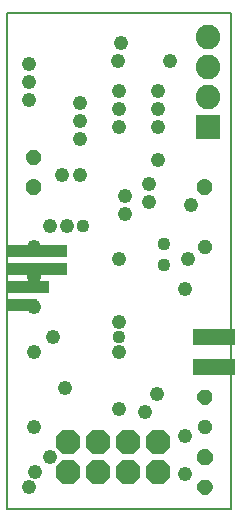
<source format=gbs>
G75*
%MOIN*%
%OFA0B0*%
%FSLAX25Y25*%
%IPPOS*%
%LPD*%
%AMOC8*
5,1,8,0,0,1.08239X$1,22.5*
%
%ADD10C,0.00800*%
%ADD11R,0.14000X0.05300*%
%ADD12R,0.14000X0.05200*%
%ADD13C,0.03200*%
%ADD14R,0.10000X0.04000*%
%ADD15R,0.14000X0.04000*%
%ADD16R,0.20000X0.04000*%
%ADD17OC8,0.08187*%
%ADD18R,0.08187X0.08187*%
%ADD19C,0.08187*%
%ADD20C,0.04362*%
%ADD21C,0.04787*%
D10*
X0031348Y0001800D02*
X0106152Y0001800D01*
X0106152Y0167154D01*
X0031348Y0167154D01*
X0031348Y0001800D01*
D11*
X0100348Y0059150D03*
D12*
X0100348Y0049200D03*
D13*
X0096494Y0039200D02*
X0096496Y0039258D01*
X0096502Y0039316D01*
X0096512Y0039374D01*
X0096526Y0039430D01*
X0096543Y0039486D01*
X0096565Y0039540D01*
X0096590Y0039593D01*
X0096618Y0039644D01*
X0096650Y0039692D01*
X0096686Y0039739D01*
X0096724Y0039783D01*
X0096765Y0039824D01*
X0096809Y0039862D01*
X0096856Y0039898D01*
X0096904Y0039930D01*
X0096955Y0039958D01*
X0097008Y0039983D01*
X0097062Y0040005D01*
X0097118Y0040022D01*
X0097174Y0040036D01*
X0097232Y0040046D01*
X0097290Y0040052D01*
X0097348Y0040054D01*
X0097406Y0040052D01*
X0097464Y0040046D01*
X0097522Y0040036D01*
X0097578Y0040022D01*
X0097634Y0040005D01*
X0097688Y0039983D01*
X0097741Y0039958D01*
X0097792Y0039930D01*
X0097840Y0039898D01*
X0097887Y0039862D01*
X0097931Y0039824D01*
X0097972Y0039783D01*
X0098010Y0039739D01*
X0098046Y0039692D01*
X0098078Y0039644D01*
X0098106Y0039593D01*
X0098131Y0039540D01*
X0098153Y0039486D01*
X0098170Y0039430D01*
X0098184Y0039374D01*
X0098194Y0039316D01*
X0098200Y0039258D01*
X0098202Y0039200D01*
X0098200Y0039142D01*
X0098194Y0039084D01*
X0098184Y0039026D01*
X0098170Y0038970D01*
X0098153Y0038914D01*
X0098131Y0038860D01*
X0098106Y0038807D01*
X0098078Y0038756D01*
X0098046Y0038708D01*
X0098010Y0038661D01*
X0097972Y0038617D01*
X0097931Y0038576D01*
X0097887Y0038538D01*
X0097840Y0038502D01*
X0097792Y0038470D01*
X0097741Y0038442D01*
X0097688Y0038417D01*
X0097634Y0038395D01*
X0097578Y0038378D01*
X0097522Y0038364D01*
X0097464Y0038354D01*
X0097406Y0038348D01*
X0097348Y0038346D01*
X0097290Y0038348D01*
X0097232Y0038354D01*
X0097174Y0038364D01*
X0097118Y0038378D01*
X0097062Y0038395D01*
X0097008Y0038417D01*
X0096955Y0038442D01*
X0096904Y0038470D01*
X0096856Y0038502D01*
X0096809Y0038538D01*
X0096765Y0038576D01*
X0096724Y0038617D01*
X0096686Y0038661D01*
X0096650Y0038708D01*
X0096618Y0038756D01*
X0096590Y0038807D01*
X0096565Y0038860D01*
X0096543Y0038914D01*
X0096526Y0038970D01*
X0096512Y0039026D01*
X0096502Y0039084D01*
X0096496Y0039142D01*
X0096494Y0039200D01*
X0096716Y0029300D02*
X0096718Y0029350D01*
X0096724Y0029399D01*
X0096733Y0029448D01*
X0096747Y0029495D01*
X0096764Y0029542D01*
X0096785Y0029587D01*
X0096809Y0029630D01*
X0096837Y0029671D01*
X0096867Y0029710D01*
X0096901Y0029747D01*
X0096938Y0029781D01*
X0096977Y0029811D01*
X0097018Y0029839D01*
X0097061Y0029863D01*
X0097106Y0029884D01*
X0097153Y0029901D01*
X0097200Y0029915D01*
X0097249Y0029924D01*
X0097298Y0029930D01*
X0097348Y0029932D01*
X0097398Y0029930D01*
X0097447Y0029924D01*
X0097496Y0029915D01*
X0097543Y0029901D01*
X0097590Y0029884D01*
X0097635Y0029863D01*
X0097678Y0029839D01*
X0097719Y0029811D01*
X0097758Y0029781D01*
X0097795Y0029747D01*
X0097829Y0029710D01*
X0097859Y0029671D01*
X0097887Y0029630D01*
X0097911Y0029587D01*
X0097932Y0029542D01*
X0097949Y0029495D01*
X0097963Y0029448D01*
X0097972Y0029399D01*
X0097978Y0029350D01*
X0097980Y0029300D01*
X0097978Y0029250D01*
X0097972Y0029201D01*
X0097963Y0029152D01*
X0097949Y0029105D01*
X0097932Y0029058D01*
X0097911Y0029013D01*
X0097887Y0028970D01*
X0097859Y0028929D01*
X0097829Y0028890D01*
X0097795Y0028853D01*
X0097758Y0028819D01*
X0097719Y0028789D01*
X0097678Y0028761D01*
X0097635Y0028737D01*
X0097590Y0028716D01*
X0097543Y0028699D01*
X0097496Y0028685D01*
X0097447Y0028676D01*
X0097398Y0028670D01*
X0097348Y0028668D01*
X0097298Y0028670D01*
X0097249Y0028676D01*
X0097200Y0028685D01*
X0097153Y0028699D01*
X0097106Y0028716D01*
X0097061Y0028737D01*
X0097018Y0028761D01*
X0096977Y0028789D01*
X0096938Y0028819D01*
X0096901Y0028853D01*
X0096867Y0028890D01*
X0096837Y0028929D01*
X0096809Y0028970D01*
X0096785Y0029013D01*
X0096764Y0029058D01*
X0096747Y0029105D01*
X0096733Y0029152D01*
X0096724Y0029201D01*
X0096718Y0029250D01*
X0096716Y0029300D01*
X0096348Y0019200D02*
X0096350Y0019263D01*
X0096356Y0019325D01*
X0096366Y0019387D01*
X0096379Y0019449D01*
X0096397Y0019509D01*
X0096418Y0019568D01*
X0096443Y0019626D01*
X0096472Y0019682D01*
X0096504Y0019736D01*
X0096539Y0019788D01*
X0096577Y0019837D01*
X0096619Y0019885D01*
X0096663Y0019929D01*
X0096711Y0019971D01*
X0096760Y0020009D01*
X0096812Y0020044D01*
X0096866Y0020076D01*
X0096922Y0020105D01*
X0096980Y0020130D01*
X0097039Y0020151D01*
X0097099Y0020169D01*
X0097161Y0020182D01*
X0097223Y0020192D01*
X0097285Y0020198D01*
X0097348Y0020200D01*
X0097411Y0020198D01*
X0097473Y0020192D01*
X0097535Y0020182D01*
X0097597Y0020169D01*
X0097657Y0020151D01*
X0097716Y0020130D01*
X0097774Y0020105D01*
X0097830Y0020076D01*
X0097884Y0020044D01*
X0097936Y0020009D01*
X0097985Y0019971D01*
X0098033Y0019929D01*
X0098077Y0019885D01*
X0098119Y0019837D01*
X0098157Y0019788D01*
X0098192Y0019736D01*
X0098224Y0019682D01*
X0098253Y0019626D01*
X0098278Y0019568D01*
X0098299Y0019509D01*
X0098317Y0019449D01*
X0098330Y0019387D01*
X0098340Y0019325D01*
X0098346Y0019263D01*
X0098348Y0019200D01*
X0098346Y0019137D01*
X0098340Y0019075D01*
X0098330Y0019013D01*
X0098317Y0018951D01*
X0098299Y0018891D01*
X0098278Y0018832D01*
X0098253Y0018774D01*
X0098224Y0018718D01*
X0098192Y0018664D01*
X0098157Y0018612D01*
X0098119Y0018563D01*
X0098077Y0018515D01*
X0098033Y0018471D01*
X0097985Y0018429D01*
X0097936Y0018391D01*
X0097884Y0018356D01*
X0097830Y0018324D01*
X0097774Y0018295D01*
X0097716Y0018270D01*
X0097657Y0018249D01*
X0097597Y0018231D01*
X0097535Y0018218D01*
X0097473Y0018208D01*
X0097411Y0018202D01*
X0097348Y0018200D01*
X0097285Y0018202D01*
X0097223Y0018208D01*
X0097161Y0018218D01*
X0097099Y0018231D01*
X0097039Y0018249D01*
X0096980Y0018270D01*
X0096922Y0018295D01*
X0096866Y0018324D01*
X0096812Y0018356D01*
X0096760Y0018391D01*
X0096711Y0018429D01*
X0096663Y0018471D01*
X0096619Y0018515D01*
X0096577Y0018563D01*
X0096539Y0018612D01*
X0096504Y0018664D01*
X0096472Y0018718D01*
X0096443Y0018774D01*
X0096418Y0018832D01*
X0096397Y0018891D01*
X0096379Y0018951D01*
X0096366Y0019013D01*
X0096356Y0019075D01*
X0096350Y0019137D01*
X0096348Y0019200D01*
X0096488Y0009200D02*
X0096490Y0009258D01*
X0096496Y0009316D01*
X0096506Y0009373D01*
X0096519Y0009430D01*
X0096537Y0009485D01*
X0096558Y0009539D01*
X0096582Y0009592D01*
X0096611Y0009643D01*
X0096642Y0009691D01*
X0096677Y0009738D01*
X0096715Y0009782D01*
X0096755Y0009823D01*
X0096799Y0009862D01*
X0096845Y0009897D01*
X0096893Y0009930D01*
X0096943Y0009959D01*
X0096996Y0009984D01*
X0097049Y0010006D01*
X0097104Y0010025D01*
X0097161Y0010039D01*
X0097218Y0010050D01*
X0097275Y0010057D01*
X0097333Y0010060D01*
X0097392Y0010059D01*
X0097449Y0010054D01*
X0097507Y0010045D01*
X0097564Y0010033D01*
X0097619Y0010016D01*
X0097674Y0009996D01*
X0097727Y0009972D01*
X0097778Y0009945D01*
X0097827Y0009914D01*
X0097874Y0009880D01*
X0097919Y0009843D01*
X0097961Y0009803D01*
X0098001Y0009760D01*
X0098037Y0009715D01*
X0098070Y0009667D01*
X0098100Y0009617D01*
X0098126Y0009566D01*
X0098149Y0009512D01*
X0098169Y0009457D01*
X0098184Y0009401D01*
X0098196Y0009345D01*
X0098204Y0009287D01*
X0098208Y0009229D01*
X0098208Y0009171D01*
X0098204Y0009113D01*
X0098196Y0009055D01*
X0098184Y0008999D01*
X0098169Y0008943D01*
X0098149Y0008888D01*
X0098126Y0008834D01*
X0098100Y0008783D01*
X0098070Y0008733D01*
X0098037Y0008685D01*
X0098001Y0008640D01*
X0097961Y0008597D01*
X0097919Y0008557D01*
X0097874Y0008520D01*
X0097827Y0008486D01*
X0097778Y0008455D01*
X0097727Y0008428D01*
X0097674Y0008404D01*
X0097619Y0008384D01*
X0097564Y0008367D01*
X0097507Y0008355D01*
X0097449Y0008346D01*
X0097392Y0008341D01*
X0097333Y0008340D01*
X0097275Y0008343D01*
X0097218Y0008350D01*
X0097161Y0008361D01*
X0097104Y0008375D01*
X0097049Y0008394D01*
X0096996Y0008416D01*
X0096943Y0008441D01*
X0096893Y0008470D01*
X0096845Y0008503D01*
X0096799Y0008538D01*
X0096755Y0008577D01*
X0096715Y0008618D01*
X0096677Y0008662D01*
X0096642Y0008709D01*
X0096611Y0008757D01*
X0096582Y0008808D01*
X0096558Y0008861D01*
X0096537Y0008915D01*
X0096519Y0008970D01*
X0096506Y0009027D01*
X0096496Y0009084D01*
X0096490Y0009142D01*
X0096488Y0009200D01*
X0096716Y0089200D02*
X0096718Y0089250D01*
X0096724Y0089299D01*
X0096733Y0089348D01*
X0096747Y0089395D01*
X0096764Y0089442D01*
X0096785Y0089487D01*
X0096809Y0089530D01*
X0096837Y0089571D01*
X0096867Y0089610D01*
X0096901Y0089647D01*
X0096938Y0089681D01*
X0096977Y0089711D01*
X0097018Y0089739D01*
X0097061Y0089763D01*
X0097106Y0089784D01*
X0097153Y0089801D01*
X0097200Y0089815D01*
X0097249Y0089824D01*
X0097298Y0089830D01*
X0097348Y0089832D01*
X0097398Y0089830D01*
X0097447Y0089824D01*
X0097496Y0089815D01*
X0097543Y0089801D01*
X0097590Y0089784D01*
X0097635Y0089763D01*
X0097678Y0089739D01*
X0097719Y0089711D01*
X0097758Y0089681D01*
X0097795Y0089647D01*
X0097829Y0089610D01*
X0097859Y0089571D01*
X0097887Y0089530D01*
X0097911Y0089487D01*
X0097932Y0089442D01*
X0097949Y0089395D01*
X0097963Y0089348D01*
X0097972Y0089299D01*
X0097978Y0089250D01*
X0097980Y0089200D01*
X0097978Y0089150D01*
X0097972Y0089101D01*
X0097963Y0089052D01*
X0097949Y0089005D01*
X0097932Y0088958D01*
X0097911Y0088913D01*
X0097887Y0088870D01*
X0097859Y0088829D01*
X0097829Y0088790D01*
X0097795Y0088753D01*
X0097758Y0088719D01*
X0097719Y0088689D01*
X0097678Y0088661D01*
X0097635Y0088637D01*
X0097590Y0088616D01*
X0097543Y0088599D01*
X0097496Y0088585D01*
X0097447Y0088576D01*
X0097398Y0088570D01*
X0097348Y0088568D01*
X0097298Y0088570D01*
X0097249Y0088576D01*
X0097200Y0088585D01*
X0097153Y0088599D01*
X0097106Y0088616D01*
X0097061Y0088637D01*
X0097018Y0088661D01*
X0096977Y0088689D01*
X0096938Y0088719D01*
X0096901Y0088753D01*
X0096867Y0088790D01*
X0096837Y0088829D01*
X0096809Y0088870D01*
X0096785Y0088913D01*
X0096764Y0088958D01*
X0096747Y0089005D01*
X0096733Y0089052D01*
X0096724Y0089101D01*
X0096718Y0089150D01*
X0096716Y0089200D01*
X0096326Y0109200D02*
X0096328Y0109260D01*
X0096334Y0109320D01*
X0096344Y0109380D01*
X0096357Y0109439D01*
X0096375Y0109496D01*
X0096396Y0109553D01*
X0096421Y0109608D01*
X0096450Y0109661D01*
X0096481Y0109712D01*
X0096517Y0109761D01*
X0096555Y0109808D01*
X0096596Y0109852D01*
X0096640Y0109893D01*
X0096687Y0109931D01*
X0096736Y0109967D01*
X0096787Y0109998D01*
X0096840Y0110027D01*
X0096895Y0110052D01*
X0096952Y0110073D01*
X0097009Y0110091D01*
X0097068Y0110104D01*
X0097128Y0110114D01*
X0097188Y0110120D01*
X0097248Y0110122D01*
X0097308Y0110120D01*
X0097368Y0110114D01*
X0097428Y0110104D01*
X0097487Y0110091D01*
X0097544Y0110073D01*
X0097601Y0110052D01*
X0097656Y0110027D01*
X0097709Y0109998D01*
X0097760Y0109967D01*
X0097809Y0109931D01*
X0097856Y0109893D01*
X0097900Y0109852D01*
X0097941Y0109808D01*
X0097979Y0109761D01*
X0098015Y0109712D01*
X0098046Y0109661D01*
X0098075Y0109608D01*
X0098100Y0109553D01*
X0098121Y0109496D01*
X0098139Y0109439D01*
X0098152Y0109380D01*
X0098162Y0109320D01*
X0098168Y0109260D01*
X0098170Y0109200D01*
X0098168Y0109140D01*
X0098162Y0109080D01*
X0098152Y0109020D01*
X0098139Y0108961D01*
X0098121Y0108904D01*
X0098100Y0108847D01*
X0098075Y0108792D01*
X0098046Y0108739D01*
X0098015Y0108688D01*
X0097979Y0108639D01*
X0097941Y0108592D01*
X0097900Y0108548D01*
X0097856Y0108507D01*
X0097809Y0108469D01*
X0097760Y0108433D01*
X0097709Y0108402D01*
X0097656Y0108373D01*
X0097601Y0108348D01*
X0097544Y0108327D01*
X0097487Y0108309D01*
X0097428Y0108296D01*
X0097368Y0108286D01*
X0097308Y0108280D01*
X0097248Y0108278D01*
X0097188Y0108280D01*
X0097128Y0108286D01*
X0097068Y0108296D01*
X0097009Y0108309D01*
X0096952Y0108327D01*
X0096895Y0108348D01*
X0096840Y0108373D01*
X0096787Y0108402D01*
X0096736Y0108433D01*
X0096687Y0108469D01*
X0096640Y0108507D01*
X0096596Y0108548D01*
X0096555Y0108592D01*
X0096517Y0108639D01*
X0096481Y0108688D01*
X0096450Y0108739D01*
X0096421Y0108792D01*
X0096396Y0108847D01*
X0096375Y0108904D01*
X0096357Y0108961D01*
X0096344Y0109020D01*
X0096334Y0109080D01*
X0096328Y0109140D01*
X0096326Y0109200D01*
X0039326Y0109200D02*
X0039328Y0109260D01*
X0039334Y0109320D01*
X0039344Y0109380D01*
X0039357Y0109439D01*
X0039375Y0109496D01*
X0039396Y0109553D01*
X0039421Y0109608D01*
X0039450Y0109661D01*
X0039481Y0109712D01*
X0039517Y0109761D01*
X0039555Y0109808D01*
X0039596Y0109852D01*
X0039640Y0109893D01*
X0039687Y0109931D01*
X0039736Y0109967D01*
X0039787Y0109998D01*
X0039840Y0110027D01*
X0039895Y0110052D01*
X0039952Y0110073D01*
X0040009Y0110091D01*
X0040068Y0110104D01*
X0040128Y0110114D01*
X0040188Y0110120D01*
X0040248Y0110122D01*
X0040308Y0110120D01*
X0040368Y0110114D01*
X0040428Y0110104D01*
X0040487Y0110091D01*
X0040544Y0110073D01*
X0040601Y0110052D01*
X0040656Y0110027D01*
X0040709Y0109998D01*
X0040760Y0109967D01*
X0040809Y0109931D01*
X0040856Y0109893D01*
X0040900Y0109852D01*
X0040941Y0109808D01*
X0040979Y0109761D01*
X0041015Y0109712D01*
X0041046Y0109661D01*
X0041075Y0109608D01*
X0041100Y0109553D01*
X0041121Y0109496D01*
X0041139Y0109439D01*
X0041152Y0109380D01*
X0041162Y0109320D01*
X0041168Y0109260D01*
X0041170Y0109200D01*
X0041168Y0109140D01*
X0041162Y0109080D01*
X0041152Y0109020D01*
X0041139Y0108961D01*
X0041121Y0108904D01*
X0041100Y0108847D01*
X0041075Y0108792D01*
X0041046Y0108739D01*
X0041015Y0108688D01*
X0040979Y0108639D01*
X0040941Y0108592D01*
X0040900Y0108548D01*
X0040856Y0108507D01*
X0040809Y0108469D01*
X0040760Y0108433D01*
X0040709Y0108402D01*
X0040656Y0108373D01*
X0040601Y0108348D01*
X0040544Y0108327D01*
X0040487Y0108309D01*
X0040428Y0108296D01*
X0040368Y0108286D01*
X0040308Y0108280D01*
X0040248Y0108278D01*
X0040188Y0108280D01*
X0040128Y0108286D01*
X0040068Y0108296D01*
X0040009Y0108309D01*
X0039952Y0108327D01*
X0039895Y0108348D01*
X0039840Y0108373D01*
X0039787Y0108402D01*
X0039736Y0108433D01*
X0039687Y0108469D01*
X0039640Y0108507D01*
X0039596Y0108548D01*
X0039555Y0108592D01*
X0039517Y0108639D01*
X0039481Y0108688D01*
X0039450Y0108739D01*
X0039421Y0108792D01*
X0039396Y0108847D01*
X0039375Y0108904D01*
X0039357Y0108961D01*
X0039344Y0109020D01*
X0039334Y0109080D01*
X0039328Y0109140D01*
X0039326Y0109200D01*
X0039448Y0119100D02*
X0039450Y0119156D01*
X0039456Y0119213D01*
X0039466Y0119268D01*
X0039480Y0119323D01*
X0039497Y0119377D01*
X0039519Y0119429D01*
X0039544Y0119479D01*
X0039572Y0119528D01*
X0039604Y0119575D01*
X0039639Y0119619D01*
X0039677Y0119661D01*
X0039718Y0119700D01*
X0039762Y0119735D01*
X0039808Y0119768D01*
X0039856Y0119797D01*
X0039906Y0119823D01*
X0039958Y0119846D01*
X0040012Y0119864D01*
X0040066Y0119879D01*
X0040121Y0119890D01*
X0040177Y0119897D01*
X0040234Y0119900D01*
X0040290Y0119899D01*
X0040347Y0119894D01*
X0040402Y0119885D01*
X0040457Y0119872D01*
X0040511Y0119855D01*
X0040564Y0119835D01*
X0040615Y0119811D01*
X0040664Y0119783D01*
X0040711Y0119752D01*
X0040756Y0119718D01*
X0040799Y0119680D01*
X0040838Y0119640D01*
X0040875Y0119597D01*
X0040908Y0119552D01*
X0040938Y0119504D01*
X0040965Y0119454D01*
X0040988Y0119403D01*
X0041008Y0119350D01*
X0041024Y0119296D01*
X0041036Y0119240D01*
X0041044Y0119185D01*
X0041048Y0119128D01*
X0041048Y0119072D01*
X0041044Y0119015D01*
X0041036Y0118960D01*
X0041024Y0118904D01*
X0041008Y0118850D01*
X0040988Y0118797D01*
X0040965Y0118746D01*
X0040938Y0118696D01*
X0040908Y0118648D01*
X0040875Y0118603D01*
X0040838Y0118560D01*
X0040799Y0118520D01*
X0040756Y0118482D01*
X0040711Y0118448D01*
X0040664Y0118417D01*
X0040615Y0118389D01*
X0040564Y0118365D01*
X0040511Y0118345D01*
X0040457Y0118328D01*
X0040402Y0118315D01*
X0040347Y0118306D01*
X0040290Y0118301D01*
X0040234Y0118300D01*
X0040177Y0118303D01*
X0040121Y0118310D01*
X0040066Y0118321D01*
X0040012Y0118336D01*
X0039958Y0118354D01*
X0039906Y0118377D01*
X0039856Y0118403D01*
X0039808Y0118432D01*
X0039762Y0118465D01*
X0039718Y0118500D01*
X0039677Y0118539D01*
X0039639Y0118581D01*
X0039604Y0118625D01*
X0039572Y0118672D01*
X0039544Y0118721D01*
X0039519Y0118771D01*
X0039497Y0118823D01*
X0039480Y0118877D01*
X0039466Y0118932D01*
X0039456Y0118987D01*
X0039450Y0119044D01*
X0039448Y0119100D01*
D14*
X0036348Y0069800D03*
D15*
X0038348Y0075800D03*
D16*
X0041348Y0081800D03*
X0041348Y0087800D03*
D17*
X0051750Y0024154D03*
X0051750Y0014154D03*
X0061750Y0014154D03*
X0061750Y0024154D03*
X0071750Y0024154D03*
X0071750Y0014154D03*
X0081750Y0014154D03*
X0081750Y0024154D03*
D18*
X0098250Y0129154D03*
D19*
X0098250Y0139154D03*
X0098250Y0149154D03*
X0098250Y0159154D03*
D20*
X0056750Y0096154D03*
X0040250Y0109154D03*
X0040250Y0119154D03*
X0083750Y0090154D03*
X0083750Y0083154D03*
X0068750Y0059154D03*
X0097250Y0039154D03*
X0097250Y0009154D03*
D21*
X0090750Y0013654D03*
X0097250Y0019154D03*
X0090750Y0026154D03*
X0097250Y0029154D03*
X0081250Y0040154D03*
X0077250Y0034154D03*
X0068750Y0035154D03*
X0068750Y0054154D03*
X0068750Y0064154D03*
X0068750Y0085154D03*
X0070750Y0100154D03*
X0070750Y0106154D03*
X0078750Y0104154D03*
X0078750Y0110154D03*
X0081750Y0118154D03*
X0081750Y0129154D03*
X0081750Y0135154D03*
X0081750Y0141154D03*
X0085750Y0151154D03*
X0069250Y0157154D03*
X0068250Y0151154D03*
X0068750Y0141154D03*
X0068750Y0135154D03*
X0068750Y0129154D03*
X0055750Y0131154D03*
X0055750Y0125154D03*
X0055750Y0113154D03*
X0049750Y0113154D03*
X0051250Y0096154D03*
X0045750Y0096154D03*
X0040250Y0089154D03*
X0040250Y0079154D03*
X0040250Y0069154D03*
X0046750Y0059154D03*
X0040250Y0054154D03*
X0050750Y0042154D03*
X0040250Y0029154D03*
X0045750Y0019154D03*
X0040750Y0014154D03*
X0038750Y0009154D03*
X0090750Y0075154D03*
X0091750Y0085154D03*
X0097250Y0089154D03*
X0092750Y0103154D03*
X0097250Y0109154D03*
X0055750Y0137154D03*
X0038750Y0138154D03*
X0038750Y0144154D03*
X0038750Y0150154D03*
M02*

</source>
